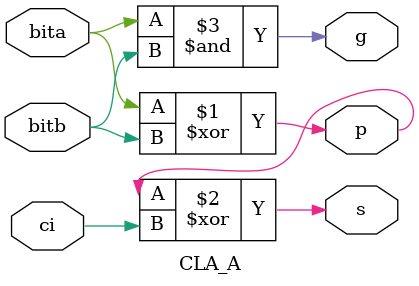
<source format=v>
module CLA_A(
    input  bita,
    input  bitb,
    input  ci,
    output p,
    output g,
    output s
);

wire p;

assign p = bita^bitb;
assign s = p^ci;
assign g = bita&bitb;
   

endmodule

</source>
